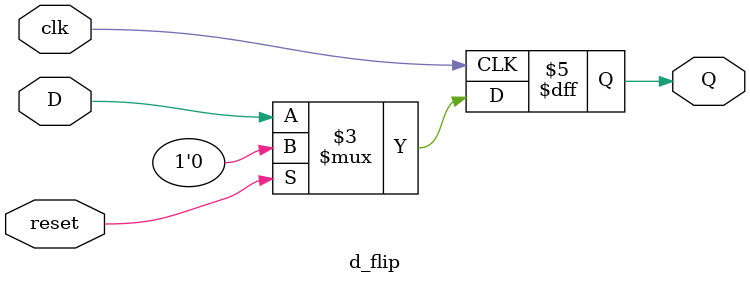
<source format=v>
module d_flip(output reg Q , input D ,input reset ,input clk);

    always @(posedge clk)
    begin 

    if(reset) Q <= 0 ; 
    else Q<=D ; 
    end

endmodule 
</source>
